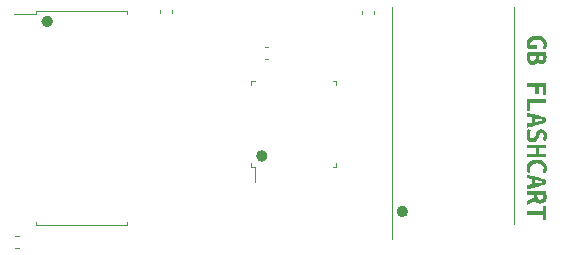
<source format=gbr>
%TF.GenerationSoftware,KiCad,Pcbnew,(6.0.2)*%
%TF.CreationDate,2022-03-12T15:23:06-05:00*%
%TF.ProjectId,MBC5_Short,4d424335-5f53-4686-9f72-742e6b696361,rev?*%
%TF.SameCoordinates,Original*%
%TF.FileFunction,Legend,Top*%
%TF.FilePolarity,Positive*%
%FSLAX46Y46*%
G04 Gerber Fmt 4.6, Leading zero omitted, Abs format (unit mm)*
G04 Created by KiCad (PCBNEW (6.0.2)) date 2022-03-12 15:23:06*
%MOMM*%
%LPD*%
G01*
G04 APERTURE LIST*
%ADD10C,0.475000*%
%ADD11C,0.120000*%
G04 APERTURE END LIST*
D10*
X130362500Y-89300000D02*
G75*
G03*
X130362500Y-89300000I-237500J0D01*
G01*
X160437500Y-105400000D02*
G75*
G03*
X160437500Y-105400000I-237500J0D01*
G01*
X148537500Y-100700000D02*
G75*
G03*
X148537500Y-100700000I-237500J0D01*
G01*
%TO.C,kibuzzard-622CFB40*%
G36*
X172389387Y-95546082D02*
G01*
X172122211Y-95546082D01*
X172122211Y-94875522D01*
X171729304Y-94875522D01*
X171729304Y-95462262D01*
X171462128Y-95462262D01*
X171462128Y-94875522D01*
X170767994Y-94875522D01*
X170767994Y-94553339D01*
X172389387Y-94553339D01*
X172389387Y-95546082D01*
G37*
G36*
X172389387Y-96208784D02*
G01*
X171035170Y-96208784D01*
X171035170Y-96902918D01*
X170767994Y-96902918D01*
X170767994Y-95883981D01*
X172389387Y-95883981D01*
X172389387Y-96208784D01*
G37*
G36*
X172389387Y-100067123D02*
G01*
X171750259Y-100067123D01*
X171750259Y-100496701D01*
X172389387Y-100496701D01*
X172389387Y-100818884D01*
X170767994Y-100818884D01*
X170767994Y-100496701D01*
X171483083Y-100496701D01*
X171483083Y-100067123D01*
X170767994Y-100067123D01*
X170767994Y-99744940D01*
X172389387Y-99744940D01*
X172389387Y-100067123D01*
G37*
G36*
X170749986Y-92251563D02*
G01*
X170758826Y-92138275D01*
X170773560Y-92023677D01*
X170794188Y-91910389D01*
X172368432Y-91910389D01*
X172395935Y-92112081D01*
X172407723Y-92329489D01*
X172398227Y-92495820D01*
X172369742Y-92628098D01*
X172270205Y-92808835D01*
X172132688Y-92897894D01*
X171980764Y-92921468D01*
X171872060Y-92907389D01*
X171776453Y-92865152D01*
X171635007Y-92714537D01*
X171564284Y-92853037D01*
X171472606Y-92938494D01*
X171367831Y-92982696D01*
X171257817Y-92997430D01*
X171123246Y-92984988D01*
X171012905Y-92947662D01*
X170855743Y-92812764D01*
X170805320Y-92719776D01*
X170771923Y-92611072D01*
X170753260Y-92490254D01*
X170748299Y-92387116D01*
X171027312Y-92387116D01*
X171036480Y-92494510D01*
X171070532Y-92587498D01*
X171141255Y-92654292D01*
X171257817Y-92680486D01*
X171426767Y-92605833D01*
X171477844Y-92405451D01*
X171477844Y-92358302D01*
X171745021Y-92358302D01*
X171798718Y-92544278D01*
X171946713Y-92607143D01*
X172039700Y-92588807D01*
X172094707Y-92539039D01*
X172120901Y-92465697D01*
X172127449Y-92379257D01*
X172124830Y-92303296D01*
X172116972Y-92232573D01*
X171745021Y-92232573D01*
X171745021Y-92358302D01*
X171477844Y-92358302D01*
X171477000Y-92233000D01*
X171037789Y-92232573D01*
X171029931Y-92307225D01*
X171027312Y-92387116D01*
X170748299Y-92387116D01*
X170747039Y-92360922D01*
X170749986Y-92251563D01*
G37*
G36*
X172385458Y-103801042D02*
G01*
X172398555Y-103914985D01*
X172405103Y-104024999D01*
X172407723Y-104116677D01*
X172399864Y-104248955D01*
X172376290Y-104368137D01*
X172336345Y-104472912D01*
X172279373Y-104561971D01*
X172113043Y-104686391D01*
X172003356Y-104718806D01*
X171875989Y-104729611D01*
X171741092Y-104715204D01*
X171619291Y-104671984D01*
X171517790Y-104595368D01*
X171443793Y-104480770D01*
X171293178Y-104575068D01*
X171120300Y-104671984D01*
X170939563Y-104762353D01*
X170767994Y-104837005D01*
X170767994Y-104499106D01*
X170922209Y-104433949D01*
X171070532Y-104358969D01*
X171216889Y-104276131D01*
X171365211Y-104187400D01*
X171365211Y-104090483D01*
X171632388Y-104090483D01*
X171648431Y-104232584D01*
X171696562Y-104328846D01*
X171878609Y-104402189D01*
X171989932Y-104382543D01*
X172067204Y-104323607D01*
X172112388Y-104232584D01*
X172127449Y-104116677D01*
X172126140Y-104072147D01*
X172119591Y-104019760D01*
X171632388Y-104019760D01*
X171632388Y-104090483D01*
X171365211Y-104090483D01*
X171365211Y-104019760D01*
X170767994Y-104019760D01*
X170767994Y-103697577D01*
X172365813Y-103697577D01*
X172385458Y-103801042D01*
G37*
G36*
X172389387Y-106110021D02*
G01*
X172122211Y-106110021D01*
X172122211Y-105683063D01*
X170767994Y-105683063D01*
X170767994Y-105358261D01*
X172122211Y-105358261D01*
X172122211Y-104931302D01*
X172389387Y-104931302D01*
X172389387Y-106110021D01*
G37*
G36*
X171118990Y-98516453D02*
G01*
X171040409Y-98685403D01*
X171012905Y-98794434D01*
X171003738Y-98925076D01*
X171020763Y-99059973D01*
X171067912Y-99145103D01*
X171136016Y-99188323D01*
X171213288Y-99200110D01*
X171302346Y-99171297D01*
X171371760Y-99097954D01*
X171426767Y-98998418D01*
X171472606Y-98888404D01*
X171532851Y-98736481D01*
X171619291Y-98593725D01*
X171748950Y-98487640D01*
X171941474Y-98445730D01*
X172144475Y-98482729D01*
X172297709Y-98593725D01*
X172369014Y-98704757D01*
X172411797Y-98840528D01*
X172426058Y-99001037D01*
X172417545Y-99140847D01*
X172392006Y-99261665D01*
X172316044Y-99448951D01*
X172067204Y-99354653D01*
X172130069Y-99209278D01*
X172156263Y-99024612D01*
X172135599Y-98882001D01*
X172073607Y-98796435D01*
X171970287Y-98767913D01*
X171887777Y-98794107D01*
X171824912Y-98860901D01*
X171776453Y-98952579D01*
X171737163Y-99053425D01*
X171672988Y-99211897D01*
X171578690Y-99363821D01*
X171432005Y-99477764D01*
X171332796Y-99511161D01*
X171210668Y-99522293D01*
X171008649Y-99485294D01*
X170858362Y-99374298D01*
X170789240Y-99258609D01*
X170747766Y-99108868D01*
X170733942Y-98925076D01*
X170744747Y-98743684D01*
X170777162Y-98602892D01*
X170857053Y-98422156D01*
X171118990Y-98516453D01*
G37*
G36*
X171774816Y-90543730D02*
G01*
X171945403Y-90584986D01*
X172091106Y-90649815D01*
X172211269Y-90734290D01*
X172305239Y-90837100D01*
X172372361Y-90956937D01*
X172412634Y-91089870D01*
X172426058Y-91231971D01*
X172411652Y-91400921D01*
X172378909Y-91530580D01*
X172339619Y-91620948D01*
X172308186Y-91674646D01*
X172051488Y-91590826D01*
X172116972Y-91449379D01*
X172145785Y-91276501D01*
X172103875Y-91082667D01*
X171987313Y-90953008D01*
X171809195Y-90879665D01*
X171700164Y-90862967D01*
X171580000Y-90857401D01*
X171403192Y-90867587D01*
X171260436Y-90898146D01*
X171151732Y-90949079D01*
X171048594Y-91062367D01*
X171014215Y-91218874D01*
X171016834Y-91281739D01*
X171024693Y-91344604D01*
X171616671Y-91344604D01*
X171616671Y-91666788D01*
X170807284Y-91666788D01*
X170760136Y-91487360D01*
X170740490Y-91352790D01*
X170733942Y-91192681D01*
X170747366Y-91048288D01*
X170787639Y-90918956D01*
X170854433Y-90805995D01*
X170947421Y-90710716D01*
X171066602Y-90634099D01*
X171211978Y-90577127D01*
X171383219Y-90541766D01*
X171580000Y-90529979D01*
X171774816Y-90543730D01*
G37*
G36*
X171770560Y-101021230D02*
G01*
X171938854Y-101062486D01*
X172083902Y-101128297D01*
X172204721Y-101215719D01*
X172300328Y-101323113D01*
X172369742Y-101448843D01*
X172411979Y-101589962D01*
X172426058Y-101743523D01*
X172411652Y-101899376D01*
X172378909Y-102021177D01*
X172339619Y-102108926D01*
X172308186Y-102162623D01*
X172051488Y-102078803D01*
X172118282Y-101933428D01*
X172145785Y-101738284D01*
X172118282Y-101590290D01*
X172026603Y-101461940D01*
X171855034Y-101370262D01*
X171734543Y-101343741D01*
X171587858Y-101334901D01*
X171417162Y-101345524D01*
X171275279Y-101377393D01*
X171162210Y-101430508D01*
X171051214Y-101556565D01*
X171014215Y-101743523D01*
X171043028Y-101951763D01*
X171100654Y-102084042D01*
X170846575Y-102165242D01*
X170769303Y-101980577D01*
X170742782Y-101855174D01*
X170733942Y-101712091D01*
X170758389Y-101501376D01*
X170831732Y-101326751D01*
X170953969Y-101188216D01*
X171075607Y-101109143D01*
X171220491Y-101052663D01*
X171388622Y-101018775D01*
X171580000Y-101007479D01*
X171770560Y-101021230D01*
G37*
G36*
X170767994Y-97366547D02*
G01*
X170767994Y-97031268D01*
X170956327Y-97077473D01*
X171137850Y-97123889D01*
X171312562Y-97170513D01*
X171480464Y-97217348D01*
X171641555Y-97264392D01*
X171836126Y-97322837D01*
X172025621Y-97380299D01*
X172210042Y-97436779D01*
X172389387Y-97492277D01*
X172389387Y-97843274D01*
X172208568Y-97900818D01*
X172022347Y-97958199D01*
X171830723Y-98015416D01*
X171633697Y-98072469D01*
X171471244Y-98117784D01*
X171303446Y-98162576D01*
X171130306Y-98206843D01*
X170951821Y-98250587D01*
X170767994Y-98293806D01*
X170767994Y-97948049D01*
X171142564Y-97872087D01*
X171142564Y-97817080D01*
X171409741Y-97817080D01*
X171577381Y-97785647D01*
X171738472Y-97750286D01*
X171900873Y-97708376D01*
X172075062Y-97659917D01*
X171900873Y-97611459D01*
X171738472Y-97569549D01*
X171577381Y-97532878D01*
X171409741Y-97500136D01*
X171409741Y-97817080D01*
X171142564Y-97817080D01*
X171142564Y-97439890D01*
X170767994Y-97366547D01*
G37*
G36*
X170767994Y-102605298D02*
G01*
X170767994Y-102270017D01*
X170956327Y-102316223D01*
X171137850Y-102362639D01*
X171312562Y-102409263D01*
X171480464Y-102456098D01*
X171641555Y-102503142D01*
X171836126Y-102561587D01*
X172025621Y-102619049D01*
X172210042Y-102675529D01*
X172389387Y-102731027D01*
X172389387Y-103082024D01*
X172208568Y-103139568D01*
X172022347Y-103196949D01*
X171830723Y-103254166D01*
X171633697Y-103311219D01*
X171471244Y-103356534D01*
X171303446Y-103401326D01*
X171130306Y-103445593D01*
X170951821Y-103489337D01*
X170767994Y-103532556D01*
X170767994Y-103186799D01*
X171142564Y-103110837D01*
X171142564Y-103055830D01*
X171409741Y-103055830D01*
X171577381Y-103024398D01*
X171738472Y-102989036D01*
X171900873Y-102947126D01*
X172075062Y-102898667D01*
X171900873Y-102850209D01*
X171738472Y-102808299D01*
X171577381Y-102771628D01*
X171409741Y-102738886D01*
X171409741Y-103055830D01*
X171142564Y-103055830D01*
X171142564Y-102678640D01*
X170767994Y-102605298D01*
G37*
D11*
%TO.C,C3*%
X140670000Y-88349420D02*
X140670000Y-88630580D01*
X139650000Y-88349420D02*
X139650000Y-88630580D01*
%TO.C,C1*%
X127429420Y-108510000D02*
X127710580Y-108510000D01*
X127429420Y-107490000D02*
X127710580Y-107490000D01*
%TO.C,C2*%
X148569420Y-91510000D02*
X148850580Y-91510000D01*
X148569420Y-92530000D02*
X148850580Y-92530000D01*
%TO.C,C4*%
X156760000Y-88419420D02*
X156760000Y-88700580D01*
X157780000Y-88419420D02*
X157780000Y-88700580D01*
%TO.C,U1*%
X159340000Y-97250000D02*
X159340000Y-107725000D01*
X169660000Y-97250000D02*
X169660000Y-106450000D01*
X169660000Y-97250000D02*
X169660000Y-88050000D01*
X159340000Y-97250000D02*
X159340000Y-88050000D01*
%TO.C,U3*%
X133000000Y-88440000D02*
X136860000Y-88440000D01*
X129140000Y-88440000D02*
X129140000Y-88685000D01*
X129140000Y-88685000D02*
X127325000Y-88685000D01*
X129140000Y-106560000D02*
X129140000Y-106315000D01*
X133000000Y-106560000D02*
X129140000Y-106560000D01*
X133000000Y-106560000D02*
X136860000Y-106560000D01*
X133000000Y-88440000D02*
X129140000Y-88440000D01*
X136860000Y-106560000D02*
X136860000Y-106315000D01*
X136860000Y-88440000D02*
X136860000Y-88685000D01*
%TO.C,U2*%
X154610000Y-94690000D02*
X154610000Y-94390000D01*
X147390000Y-101310000D02*
X147390000Y-101610000D01*
X154610000Y-94390000D02*
X154310000Y-94390000D01*
X147690000Y-101610000D02*
X147690000Y-102925000D01*
X147390000Y-101610000D02*
X147690000Y-101610000D01*
X147390000Y-94390000D02*
X147690000Y-94390000D01*
X154610000Y-101310000D02*
X154610000Y-101610000D01*
X154610000Y-101610000D02*
X154310000Y-101610000D01*
X147390000Y-94690000D02*
X147390000Y-94390000D01*
%TD*%
M02*

</source>
